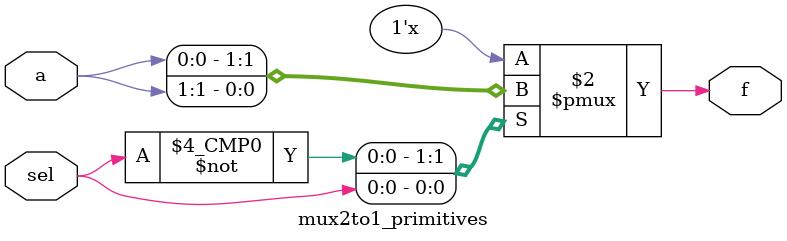
<source format=v>
`timescale 1ns/100ps

module mux2to1_primitives(f ,a, sel);

	output f;
	input [1:0] a;
	input sel;

	reg f;
	always @(sel)
	 case(sel)
	  1'b0:f<=a[0];
	  1'b1:f<=a[1];
	  default:f<=a[0];
	 endcase

endmodule

</source>
